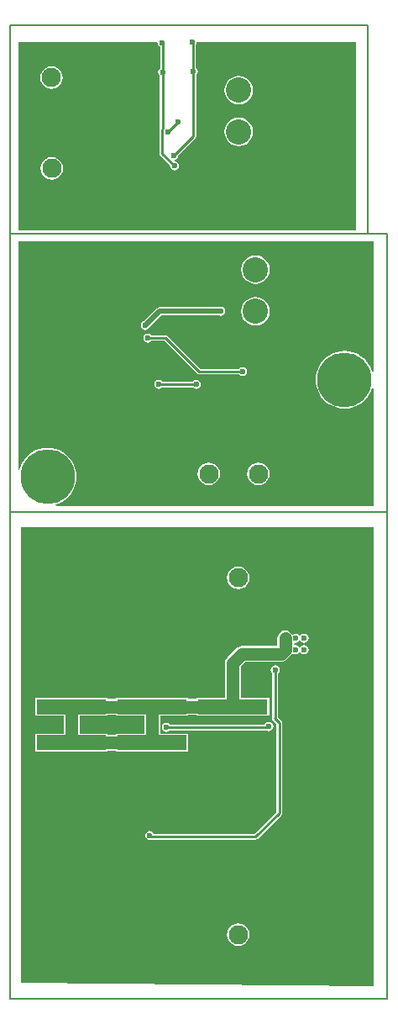
<source format=gbl>
G04*
G04 #@! TF.GenerationSoftware,Altium Limited,Altium Designer,18.1.9 (240)*
G04*
G04 Layer_Physical_Order=2*
G04 Layer_Color=16711680*
%FSLAX44Y44*%
%MOMM*%
G71*
G01*
G75*
%ADD10C,0.6000*%
%ADD16C,0.2540*%
%ADD27C,1.2700*%
%ADD39C,0.5080*%
%ADD40C,0.2000*%
%ADD41C,2.5400*%
%ADD42C,1.9500*%
%ADD43C,5.5000*%
%ADD44R,7.0000X1.5000*%
G36*
X348159Y783885D02*
X7948D01*
Y973040D01*
X148163D01*
X148482Y972651D01*
X148833Y970886D01*
X149833Y969390D01*
X150821Y968729D01*
Y946828D01*
X150312Y946488D01*
X149312Y944991D01*
X148961Y943226D01*
X149312Y941461D01*
X150312Y939964D01*
X150725Y939688D01*
Y887286D01*
X150567Y886492D01*
X150590Y886378D01*
X150578Y886360D01*
X150361Y885270D01*
X150361Y885270D01*
Y860724D01*
X150361Y860724D01*
X150578Y859634D01*
X151196Y858710D01*
X160838Y849067D01*
X160741Y848580D01*
X161092Y846815D01*
X162092Y845318D01*
X163589Y844318D01*
X165354Y843967D01*
X167119Y844318D01*
X168616Y845318D01*
X169615Y846815D01*
X169967Y848580D01*
X169615Y850345D01*
X168616Y851842D01*
X167119Y852841D01*
X165776Y853109D01*
Y854404D01*
X166153Y854479D01*
X167650Y855478D01*
X168650Y856975D01*
X169001Y858740D01*
X168904Y859227D01*
X186418Y876742D01*
X187036Y877666D01*
X187253Y878756D01*
X187253Y878756D01*
Y940546D01*
X187666Y940822D01*
X188666Y942319D01*
X189017Y944084D01*
X188666Y945849D01*
X187666Y947346D01*
X186745Y947961D01*
Y970276D01*
X187582Y971529D01*
X187883Y973040D01*
X348159D01*
Y783885D01*
D02*
G37*
G36*
X365939Y641577D02*
X364669Y641427D01*
X364493Y642163D01*
X362744Y646383D01*
X360358Y650279D01*
X357391Y653753D01*
X353917Y656720D01*
X350021Y659107D01*
X345801Y660855D01*
X341358Y661921D01*
X336804Y662280D01*
X332250Y661921D01*
X327807Y660855D01*
X323587Y659107D01*
X319691Y656720D01*
X316217Y653753D01*
X313251Y650279D01*
X310863Y646383D01*
X309115Y642163D01*
X308049Y637720D01*
X307690Y633166D01*
X308049Y628612D01*
X309115Y624170D01*
X310863Y619949D01*
X313251Y616054D01*
X316217Y612580D01*
X319691Y609613D01*
X323587Y607226D01*
X327807Y605477D01*
X332250Y604411D01*
X336804Y604052D01*
X341358Y604411D01*
X345801Y605477D01*
X350021Y607226D01*
X353917Y609613D01*
X357391Y612580D01*
X360358Y616054D01*
X362744Y619949D01*
X364493Y624170D01*
X364669Y624905D01*
X365939Y624755D01*
Y506400D01*
X45861D01*
X45711Y507671D01*
X46447Y507847D01*
X50668Y509595D01*
X54563Y511982D01*
X58037Y514949D01*
X61004Y518423D01*
X63391Y522319D01*
X65139Y526539D01*
X66206Y530982D01*
X66564Y535536D01*
X66206Y540090D01*
X65139Y544533D01*
X63391Y548753D01*
X61004Y552649D01*
X58037Y556123D01*
X54563Y559090D01*
X50668Y561477D01*
X46447Y563225D01*
X42005Y564291D01*
X37450Y564650D01*
X32896Y564291D01*
X28454Y563225D01*
X24233Y561477D01*
X20338Y559090D01*
X16864Y556123D01*
X13897Y552649D01*
X11510Y548753D01*
X9761Y544533D01*
X9219Y542271D01*
X7948Y542422D01*
X7948Y772952D01*
X365939D01*
Y641577D01*
D02*
G37*
G36*
X366014Y23255D02*
X365111Y22362D01*
X14224Y26162D01*
X10414D01*
Y484632D01*
X366014D01*
Y23255D01*
D02*
G37*
%LPC*%
G36*
X41294Y948851D02*
X38351Y948464D01*
X35608Y947328D01*
X33253Y945521D01*
X31446Y943166D01*
X30310Y940423D01*
X29923Y937480D01*
X30310Y934537D01*
X31446Y931794D01*
X33253Y929439D01*
X35608Y927632D01*
X38351Y926496D01*
X41294Y926109D01*
X44237Y926496D01*
X46980Y927632D01*
X49335Y929439D01*
X51142Y931794D01*
X52278Y934537D01*
X52665Y937480D01*
X52278Y940423D01*
X51142Y943166D01*
X49335Y945521D01*
X46980Y947328D01*
X44237Y948464D01*
X41294Y948851D01*
D02*
G37*
G36*
X230124Y939127D02*
X226411Y938638D01*
X222951Y937205D01*
X219979Y934925D01*
X217699Y931953D01*
X216266Y928493D01*
X215777Y924780D01*
X216266Y921067D01*
X217699Y917607D01*
X219979Y914635D01*
X222951Y912355D01*
X226411Y910922D01*
X230124Y910433D01*
X233837Y910922D01*
X237297Y912355D01*
X240269Y914635D01*
X242549Y917607D01*
X243982Y921067D01*
X244471Y924780D01*
X243982Y928493D01*
X242549Y931953D01*
X240269Y934925D01*
X237297Y937205D01*
X233837Y938638D01*
X230124Y939127D01*
D02*
G37*
G36*
Y897217D02*
X226411Y896728D01*
X222951Y895295D01*
X219979Y893015D01*
X217699Y890043D01*
X216266Y886583D01*
X215777Y882870D01*
X216266Y879157D01*
X217699Y875697D01*
X219979Y872725D01*
X222951Y870445D01*
X226411Y869012D01*
X230124Y868523D01*
X233837Y869012D01*
X237297Y870445D01*
X240269Y872725D01*
X242549Y875697D01*
X243982Y879157D01*
X244471Y882870D01*
X243982Y886583D01*
X242549Y890043D01*
X240269Y893015D01*
X237297Y895295D01*
X233837Y896728D01*
X230124Y897217D01*
D02*
G37*
G36*
X41694Y857411D02*
X38751Y857024D01*
X36008Y855888D01*
X33653Y854081D01*
X31846Y851726D01*
X30710Y848983D01*
X30323Y846040D01*
X30710Y843097D01*
X31846Y840354D01*
X33653Y837999D01*
X36008Y836192D01*
X38751Y835056D01*
X41694Y834669D01*
X44637Y835056D01*
X47380Y836192D01*
X49735Y837999D01*
X51542Y840354D01*
X52678Y843097D01*
X53065Y846040D01*
X52678Y848983D01*
X51542Y851726D01*
X49735Y854081D01*
X47380Y855888D01*
X44637Y857024D01*
X41694Y857411D01*
D02*
G37*
G36*
X246944Y758438D02*
X243231Y757949D01*
X239771Y756516D01*
X236799Y754236D01*
X234519Y751265D01*
X233086Y747804D01*
X232597Y744091D01*
X233086Y740378D01*
X234519Y736918D01*
X236799Y733947D01*
X239771Y731667D01*
X243231Y730234D01*
X246944Y729745D01*
X250657Y730234D01*
X254117Y731667D01*
X257089Y733947D01*
X259369Y736918D01*
X260802Y740378D01*
X261291Y744091D01*
X260802Y747804D01*
X259369Y751265D01*
X257089Y754236D01*
X254117Y756516D01*
X250657Y757949D01*
X246944Y758438D01*
D02*
G37*
G36*
X212022Y706794D02*
X210257Y706443D01*
X210081Y706325D01*
X150389D01*
X148804Y706010D01*
X147459Y705111D01*
X134587Y692239D01*
X134379Y692197D01*
X132882Y691198D01*
X131882Y689701D01*
X131531Y687936D01*
X131882Y686171D01*
X132882Y684674D01*
X134379Y683674D01*
X136144Y683323D01*
X137909Y683674D01*
X139406Y684674D01*
X140406Y686171D01*
X140447Y686379D01*
X152106Y698038D01*
X210081D01*
X210257Y697920D01*
X212022Y697569D01*
X213788Y697920D01*
X215284Y698920D01*
X216284Y700416D01*
X216635Y702181D01*
X216284Y703947D01*
X215284Y705443D01*
X213788Y706443D01*
X212022Y706794D01*
D02*
G37*
G36*
X246944Y716528D02*
X243231Y716039D01*
X239771Y714606D01*
X236799Y712326D01*
X234519Y709355D01*
X233086Y705894D01*
X232597Y702181D01*
X233086Y698468D01*
X234519Y695008D01*
X236799Y692037D01*
X239771Y689757D01*
X243231Y688324D01*
X246944Y687835D01*
X250657Y688324D01*
X254117Y689757D01*
X257089Y692037D01*
X259369Y695008D01*
X260802Y698468D01*
X261291Y702181D01*
X260802Y705894D01*
X259369Y709355D01*
X257089Y712326D01*
X254117Y714606D01*
X250657Y716039D01*
X246944Y716528D01*
D02*
G37*
G36*
X138684Y679849D02*
X136919Y679498D01*
X135422Y678498D01*
X134423Y677001D01*
X134071Y675236D01*
X134423Y673471D01*
X135422Y671974D01*
X136919Y670975D01*
X138684Y670623D01*
X140449Y670975D01*
X141946Y671974D01*
X142221Y672387D01*
X155284D01*
X188220Y639452D01*
X189144Y638834D01*
X190234Y638617D01*
X190234Y638617D01*
X230366D01*
X230642Y638204D01*
X232139Y637205D01*
X233904Y636853D01*
X235669Y637205D01*
X237166Y638204D01*
X238165Y639701D01*
X238517Y641466D01*
X238165Y643231D01*
X237166Y644728D01*
X235669Y645728D01*
X233904Y646079D01*
X232139Y645728D01*
X230642Y644728D01*
X230366Y644315D01*
X191414D01*
X158478Y677250D01*
X158478Y677250D01*
X157554Y677868D01*
X156464Y678085D01*
X156464Y678085D01*
X142221D01*
X141946Y678498D01*
X140449Y679498D01*
X138684Y679849D01*
D02*
G37*
G36*
X187254Y633163D02*
X185488Y632812D01*
X183992Y631812D01*
X183716Y631399D01*
X153074D01*
X152798Y631812D01*
X151302Y632812D01*
X149537Y633163D01*
X147772Y632812D01*
X146275Y631812D01*
X145275Y630315D01*
X144924Y628550D01*
X145275Y626785D01*
X146275Y625288D01*
X147772Y624288D01*
X149537Y623937D01*
X151302Y624288D01*
X152798Y625288D01*
X153074Y625701D01*
X183716D01*
X183992Y625288D01*
X185488Y624288D01*
X187254Y623937D01*
X189019Y624288D01*
X190515Y625288D01*
X191515Y626785D01*
X191866Y628550D01*
X191515Y630315D01*
X190515Y631812D01*
X189019Y632812D01*
X187254Y633163D01*
D02*
G37*
G36*
X250044Y549850D02*
X247101Y549463D01*
X244358Y548327D01*
X242003Y546520D01*
X240196Y544165D01*
X239060Y541422D01*
X238673Y538479D01*
X239060Y535536D01*
X240196Y532793D01*
X242003Y530438D01*
X244358Y528631D01*
X247101Y527495D01*
X250044Y527108D01*
X252987Y527495D01*
X255730Y528631D01*
X258085Y530438D01*
X259892Y532793D01*
X261028Y535536D01*
X261415Y538479D01*
X261028Y541422D01*
X259892Y544165D01*
X258085Y546520D01*
X255730Y548327D01*
X252987Y549463D01*
X250044Y549850D01*
D02*
G37*
G36*
X200044D02*
X197101Y549463D01*
X194358Y548327D01*
X192003Y546520D01*
X190196Y544165D01*
X189060Y541422D01*
X188673Y538479D01*
X189060Y535536D01*
X190196Y532793D01*
X192003Y530438D01*
X194358Y528631D01*
X197101Y527495D01*
X200044Y527108D01*
X202987Y527495D01*
X205730Y528631D01*
X208085Y530438D01*
X209892Y532793D01*
X211028Y535536D01*
X211415Y538479D01*
X211028Y541422D01*
X209892Y544165D01*
X208085Y546520D01*
X205730Y548327D01*
X202987Y549463D01*
X200044Y549850D01*
D02*
G37*
G36*
X229739Y445203D02*
X226796Y444816D01*
X224053Y443680D01*
X221698Y441873D01*
X219891Y439518D01*
X218755Y436775D01*
X218368Y433832D01*
X218755Y430889D01*
X219891Y428146D01*
X221698Y425791D01*
X224053Y423984D01*
X226796Y422848D01*
X229739Y422461D01*
X232682Y422848D01*
X235425Y423984D01*
X237780Y425791D01*
X239587Y428146D01*
X240723Y430889D01*
X241110Y433832D01*
X240723Y436775D01*
X239587Y439518D01*
X237780Y441873D01*
X235425Y443680D01*
X232682Y444816D01*
X229739Y445203D01*
D02*
G37*
G36*
X277114Y380814D02*
X275058Y380543D01*
X273143Y379750D01*
X271498Y378488D01*
X270236Y376843D01*
X269443Y374927D01*
X269172Y372872D01*
Y365024D01*
X233384D01*
X233384Y365024D01*
X231329Y364753D01*
X229413Y363960D01*
X227768Y362698D01*
X227768Y362698D01*
X218689Y353619D01*
X217427Y351974D01*
X216633Y350058D01*
X216363Y348003D01*
X216363Y348003D01*
Y312976D01*
X187781D01*
Y311894D01*
X179459D01*
Y312976D01*
X106411D01*
Y311894D01*
X98179D01*
Y312976D01*
X25131D01*
Y294928D01*
X53623D01*
Y276826D01*
X25041D01*
Y258778D01*
X98089D01*
Y259860D01*
X106321D01*
Y258778D01*
X179369D01*
Y276826D01*
X150787D01*
Y294928D01*
X179459D01*
Y296010D01*
X187781D01*
Y294928D01*
X260829D01*
Y312976D01*
X232247D01*
Y344713D01*
X236674Y349140D01*
X272754D01*
X272754Y349140D01*
X274809Y349411D01*
X276725Y350204D01*
X278370Y351466D01*
X282730Y355826D01*
X282730Y355826D01*
X283992Y357471D01*
X284736Y357697D01*
X285509Y357180D01*
X287274Y356829D01*
X289039Y357180D01*
X290536Y358180D01*
X290955Y358809D01*
X292483D01*
X292902Y358180D01*
X294399Y357180D01*
X296164Y356829D01*
X297929Y357180D01*
X299426Y358180D01*
X300425Y359677D01*
X300777Y361442D01*
X300425Y363207D01*
X299426Y364704D01*
X297929Y365704D01*
X296164Y366055D01*
X294399Y365704D01*
X292902Y364704D01*
X292483Y364076D01*
X290955D01*
X290536Y364704D01*
X289039Y365704D01*
X287274Y366055D01*
X286643Y365929D01*
X285578Y366777D01*
Y367537D01*
X286643Y368385D01*
X287274Y368259D01*
X289039Y368610D01*
X290536Y369610D01*
X290955Y370238D01*
X292483D01*
X292902Y369610D01*
X294399Y368610D01*
X296164Y368259D01*
X297929Y368610D01*
X299426Y369610D01*
X300425Y371107D01*
X300777Y372872D01*
X300425Y374637D01*
X299426Y376134D01*
X297929Y377133D01*
X296164Y377485D01*
X294399Y377133D01*
X292902Y376134D01*
X292483Y375505D01*
X290955D01*
X290536Y376134D01*
X289039Y377133D01*
X287274Y377485D01*
X285509Y377133D01*
X284736Y376617D01*
X283992Y376843D01*
X282730Y378488D01*
X281085Y379750D01*
X279170Y380543D01*
X277114Y380814D01*
D02*
G37*
G36*
X260604Y288585D02*
X258839Y288234D01*
X257342Y287234D01*
X256535Y286025D01*
X160606D01*
X160330Y286438D01*
X158834Y287437D01*
X157069Y287789D01*
X155304Y287437D01*
X153807Y286438D01*
X152807Y284941D01*
X152456Y283176D01*
X152807Y281411D01*
X153807Y279914D01*
X155304Y278915D01*
X157069Y278563D01*
X158834Y278915D01*
X160330Y279914D01*
X160606Y280327D01*
X257916D01*
X258839Y279711D01*
X260604Y279359D01*
X262369Y279711D01*
X263866Y280710D01*
X264865Y282207D01*
X265217Y283972D01*
X264865Y285737D01*
X263866Y287234D01*
X262369Y288234D01*
X260604Y288585D01*
D02*
G37*
G36*
X266954Y345735D02*
X265189Y345383D01*
X263692Y344384D01*
X262693Y342887D01*
X262341Y341122D01*
X262693Y339357D01*
X263692Y337860D01*
X264105Y337584D01*
Y293341D01*
X264094Y293324D01*
X263877Y292234D01*
X264094Y291143D01*
X264711Y290219D01*
X264711Y290219D01*
X268169Y286761D01*
Y198004D01*
X245939Y175774D01*
X144855D01*
X144772Y176193D01*
X143772Y177690D01*
X142276Y178689D01*
X140511Y179041D01*
X138745Y178689D01*
X137249Y177690D01*
X136249Y176193D01*
X135898Y174428D01*
X136249Y172663D01*
X137249Y171166D01*
X138745Y170166D01*
X140511Y169815D01*
X141824Y170077D01*
X247119D01*
X247119Y170077D01*
X248209Y170294D01*
X249134Y170911D01*
X273032Y194810D01*
X273032Y194810D01*
X273650Y195734D01*
X273867Y196824D01*
Y287941D01*
X273867Y287941D01*
X273650Y289032D01*
X273032Y289956D01*
X269803Y293185D01*
Y337584D01*
X270216Y337860D01*
X271215Y339357D01*
X271567Y341122D01*
X271215Y342887D01*
X270216Y344384D01*
X268719Y345383D01*
X266954Y345735D01*
D02*
G37*
G36*
X229739Y85793D02*
X226796Y85406D01*
X224054Y84270D01*
X221698Y82463D01*
X219891Y80108D01*
X218755Y77365D01*
X218368Y74422D01*
X218755Y71479D01*
X219891Y68736D01*
X221698Y66381D01*
X224054Y64574D01*
X226796Y63438D01*
X229739Y63051D01*
X232682Y63438D01*
X235425Y64574D01*
X237780Y66381D01*
X239587Y68736D01*
X240723Y71479D01*
X241110Y74422D01*
X240723Y77365D01*
X239587Y80108D01*
X237780Y82463D01*
X235425Y84270D01*
X232682Y85406D01*
X229739Y85793D01*
D02*
G37*
%LPD*%
G36*
X106411Y294928D02*
X134903D01*
Y276826D01*
X106321D01*
Y275744D01*
X98089D01*
Y276826D01*
X69507D01*
Y294928D01*
X98179D01*
Y296010D01*
X106411D01*
Y294928D01*
D02*
G37*
D10*
X183321Y973294D02*
D03*
X153095Y972651D02*
D03*
X153574Y943226D02*
D03*
X184404Y944084D02*
D03*
X164388Y858740D02*
D03*
X165354Y848580D02*
D03*
X169164Y893030D02*
D03*
X159004Y882870D02*
D03*
X277114Y361442D02*
D03*
X287274D02*
D03*
X296164Y372872D02*
D03*
Y361442D02*
D03*
X287274Y372872D02*
D03*
X277114D02*
D03*
X266954Y341122D02*
D03*
X157069Y283176D02*
D03*
X260604Y283972D02*
D03*
X225044Y290322D02*
D03*
X140511Y174428D02*
D03*
X297434Y234442D02*
D03*
X172145Y150622D02*
D03*
X163255D02*
D03*
X154365D02*
D03*
X302514Y332232D02*
D03*
X289814Y234442D02*
D03*
Y224282D02*
D03*
X280924D02*
D03*
Y234442D02*
D03*
X357124Y273812D02*
D03*
X289194Y330342D02*
D03*
X351139Y234807D02*
D03*
X149537Y628550D02*
D03*
X187254D02*
D03*
X202959Y599180D02*
D03*
X280924Y662536D02*
D03*
X136144Y687936D02*
D03*
X212022Y702181D02*
D03*
X138684Y675236D02*
D03*
X244064Y606656D02*
D03*
X235204Y611736D02*
D03*
X199899Y657600D02*
D03*
X233904Y641466D02*
D03*
X195989Y649980D02*
D03*
X150269Y599180D02*
D03*
X228304Y662536D02*
D03*
D16*
X153095Y972651D02*
X153670Y972076D01*
X183321Y973294D02*
X183896Y972719D01*
Y944592D01*
X184404Y944084D01*
X153670Y972076D02*
Y943322D01*
X153574Y943226D01*
Y886842D01*
X153670Y886746D01*
X153416Y886492D01*
X153924Y885984D01*
X153210Y885270D01*
X184404Y944084D02*
Y878756D01*
X164388Y858740D01*
X153210Y860724D02*
X165354Y848580D01*
X153210Y885270D02*
Y860724D01*
X169164Y893030D02*
X159004Y882870D01*
X266954Y292462D02*
Y341122D01*
X266726Y292234D02*
X266954Y292462D01*
X259808Y283176D02*
X260604Y283972D01*
X259808Y283176D02*
X157069D01*
X271018Y287941D02*
X266726Y292234D01*
X271018Y196824D02*
Y287941D01*
X157069Y283176D02*
Y283984D01*
X247119Y172925D02*
X140511D01*
X247119D02*
X271018Y196824D01*
X140511Y172925D02*
Y174428D01*
X187254Y628550D02*
X149537D01*
X190234Y641466D02*
X156464Y675236D01*
X233904Y641466D02*
X190234D01*
X156464Y675236D02*
X138684D01*
D27*
X142845Y267802D02*
X61565D01*
X277114Y361442D02*
Y372872D01*
X272754Y357082D02*
X277114Y361442D01*
X272754Y357082D02*
X233384D01*
X224305Y348003D02*
X233384Y357082D01*
X224305Y303952D02*
Y348003D01*
X142935Y303952D02*
X61655D01*
X224305D02*
X142935D01*
X142845Y267802D02*
Y303862D01*
X61565Y267802D02*
Y303862D01*
D39*
X150389Y702181D02*
X136144Y687936D01*
X212022Y702181D02*
X150389D01*
D40*
X0Y500000D02*
X380000D01*
X0Y780000D02*
X380000D01*
X0Y10000D02*
X380000D01*
Y780000D01*
X360000D02*
X380000D01*
X360000D02*
Y990000D01*
X0D02*
X360000D01*
X0Y10000D02*
Y990000D01*
D41*
X230124Y924780D02*
D03*
Y882870D02*
D03*
X246944Y744091D02*
D03*
Y702181D02*
D03*
D42*
X91694Y846040D02*
D03*
X41694D02*
D03*
X91294Y937480D02*
D03*
X41294D02*
D03*
X229739Y74422D02*
D03*
X279739D02*
D03*
X229739Y433832D02*
D03*
X279739D02*
D03*
X200044Y538479D02*
D03*
X250044D02*
D03*
D43*
X336804Y633166D02*
D03*
X47244Y733656D02*
D03*
X37450Y535536D02*
D03*
D44*
X142935Y381952D02*
D03*
Y303952D02*
D03*
X61655Y381952D02*
D03*
Y303952D02*
D03*
X224305Y381952D02*
D03*
Y303952D02*
D03*
X142845Y189802D02*
D03*
Y267802D02*
D03*
X61565Y189802D02*
D03*
Y267802D02*
D03*
M02*

</source>
